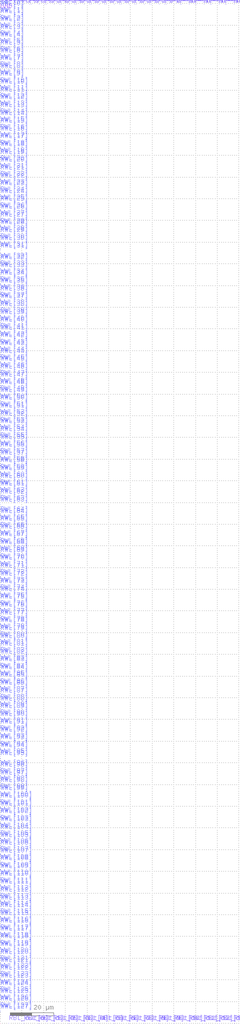
<source format=lef>
VERSION 5.7 ;
BUSBITCHARS "\[\]" ;
DIVIDERCHAR "/" ;

PROPERTYDEFINITIONS
  MACRO connectivityLastUpdated INTEGER ;
  MACRO drcSignature INTEGER ;
END PROPERTYDEFINITIONS

MACRO sram_array_layout_best_128x16_Instance_Senseamp
  PIN WBLB\[14\]
    DIRECTION INPUT ;
    USE SIGNAL ;
    PORT
      LAYER metal2 ;
        RECT 100.98 469.62 101.07 469.8 ;
    END
  END WBLB\[14\]
  PIN WBLB\[13\]
    DIRECTION INPUT ;
    USE SIGNAL ;
    PORT
      LAYER metal2 ;
        RECT 94.05 469.62 94.14 469.8 ;
    END
  END WBLB\[13\]
  PIN WBLB\[12\]
    DIRECTION INPUT ;
    USE SIGNAL ;
    PORT
      LAYER metal2 ;
        RECT 87.12 469.62 87.21 469.8 ;
    END
  END WBLB\[12\]
  PIN WBLB\[11\]
    DIRECTION INPUT ;
    USE SIGNAL ;
    PORT
      LAYER metal2 ;
        RECT 80.19 469.62 80.28 469.8 ;
    END
  END WBLB\[11\]
  PIN WBLB\[10\]
    DIRECTION INPUT ;
    USE SIGNAL ;
    PORT
      LAYER metal2 ;
        RECT 73.26 469.62 73.35 469.8 ;
    END
  END WBLB\[10\]
  PIN WBLB\[9\]
    DIRECTION INPUT ;
    USE SIGNAL ;
    PORT
      LAYER metal2 ;
        RECT 66.33 469.62 66.42 469.8 ;
    END
  END WBLB\[9\]
  PIN WBLB\[8\]
    DIRECTION INPUT ;
    USE SIGNAL ;
    PORT
      LAYER metal2 ;
        RECT 59.4 469.62 59.49 469.8 ;
    END
  END WBLB\[8\]
  PIN WBLB\[7\]
    DIRECTION INPUT ;
    USE SIGNAL ;
    PORT
      LAYER metal2 ;
        RECT 52.47 469.62 52.56 469.8 ;
    END
  END WBLB\[7\]
  PIN WBLB\[6\]
    DIRECTION INPUT ;
    USE SIGNAL ;
    PORT
      LAYER metal2 ;
        RECT 45.54 469.62 45.63 469.8 ;
    END
  END WBLB\[6\]
  PIN WBLB\[5\]
    DIRECTION INPUT ;
    USE SIGNAL ;
    PORT
      LAYER metal2 ;
        RECT 38.61 469.62 38.7 469.8 ;
    END
  END WBLB\[5\]
  PIN WBLB\[4\]
    DIRECTION INPUT ;
    USE SIGNAL ;
    PORT
      LAYER metal2 ;
        RECT 31.68 469.62 31.77 469.8 ;
    END
  END WBLB\[4\]
  PIN WBLB\[3\]
    DIRECTION INPUT ;
    USE SIGNAL ;
    PORT
      LAYER metal2 ;
        RECT 24.75 469.62 24.84 469.8 ;
    END
  END WBLB\[3\]
  PIN WBLB\[2\]
    DIRECTION INPUT ;
    USE SIGNAL ;
    PORT
      LAYER metal2 ;
        RECT 17.82 469.62 17.91 469.8 ;
    END
  END WBLB\[2\]
  PIN WBLB\[1\]
    DIRECTION INPUT ;
    USE SIGNAL ;
    PORT
      LAYER metal2 ;
        RECT 10.89 469.62 10.98 469.8 ;
    END
  END WBLB\[1\]
  PIN WBLB\[0\]
    DIRECTION INPUT ;
    USE SIGNAL ;
    PORT
      LAYER metal2 ;
        RECT 3.96 469.62 4.05 469.8 ;
    END
  END WBLB\[0\]
  PIN RBL\[0\]
    DIRECTION OUTPUT ;
    USE SIGNAL ;
    PORT
      LAYER metal2 ;
        RECT 6.57 469.62 6.66 469.8 ;
    END
  END RBL\[0\]
  PIN WBLB\[15\]
    DIRECTION INPUT ;
    USE SIGNAL ;
    PORT
      LAYER metal2 ;
        RECT 107.91 469.62 108 469.8 ;
    END
  END WBLB\[15\]
  PIN WBL\[14\]
    DIRECTION INPUT ;
    USE SIGNAL ;
    PORT
      LAYER metal2 ;
        RECT 97.29 469.62 97.38 469.8 ;
    END
  END WBL\[14\]
  PIN WBL\[13\]
    DIRECTION INPUT ;
    USE SIGNAL ;
    PORT
      LAYER metal2 ;
        RECT 90.36 469.62 90.45 469.8 ;
    END
  END WBL\[13\]
  PIN WBL\[12\]
    DIRECTION INPUT ;
    USE SIGNAL ;
    PORT
      LAYER metal2 ;
        RECT 83.43 469.62 83.52 469.8 ;
    END
  END WBL\[12\]
  PIN WBL\[11\]
    DIRECTION INPUT ;
    USE SIGNAL ;
    PORT
      LAYER metal2 ;
        RECT 76.5 469.62 76.59 469.8 ;
    END
  END WBL\[11\]
  PIN WBL\[10\]
    DIRECTION INPUT ;
    USE SIGNAL ;
    PORT
      LAYER metal2 ;
        RECT 69.57 469.62 69.66 469.8 ;
    END
  END WBL\[10\]
  PIN WBL\[9\]
    DIRECTION INPUT ;
    USE SIGNAL ;
    PORT
      LAYER metal2 ;
        RECT 62.64 469.62 62.73 469.8 ;
    END
  END WBL\[9\]
  PIN WBL\[8\]
    DIRECTION INPUT ;
    USE SIGNAL ;
    PORT
      LAYER metal2 ;
        RECT 55.71 469.62 55.8 469.8 ;
    END
  END WBL\[8\]
  PIN WBL\[7\]
    DIRECTION INPUT ;
    USE SIGNAL ;
    PORT
      LAYER metal2 ;
        RECT 48.78 469.62 48.87 469.8 ;
    END
  END WBL\[7\]
  PIN WBL\[6\]
    DIRECTION INPUT ;
    USE SIGNAL ;
    PORT
      LAYER metal2 ;
        RECT 41.85 469.62 41.94 469.8 ;
    END
  END WBL\[6\]
  PIN WBL\[5\]
    DIRECTION INPUT ;
    USE SIGNAL ;
    PORT
      LAYER metal2 ;
        RECT 34.92 469.62 35.01 469.8 ;
    END
  END WBL\[5\]
  PIN WBL\[4\]
    DIRECTION INPUT ;
    USE SIGNAL ;
    PORT
      LAYER metal2 ;
        RECT 27.99 469.62 28.08 469.8 ;
    END
  END WBL\[4\]
  PIN WBL\[3\]
    DIRECTION INPUT ;
    USE SIGNAL ;
    PORT
      LAYER metal2 ;
        RECT 21.06 469.62 21.15 469.8 ;
    END
  END WBL\[3\]
  PIN WBL\[2\]
    DIRECTION INPUT ;
    USE SIGNAL ;
    PORT
      LAYER metal2 ;
        RECT 14.13 469.62 14.22 469.8 ;
    END
  END WBL\[2\]
  PIN WBL\[1\]
    DIRECTION INPUT ;
    USE SIGNAL ;
    PORT
      LAYER metal2 ;
        RECT 7.2 469.62 7.29 469.8 ;
    END
  END WBL\[1\]
  PIN RBL\[15\]
    DIRECTION OUTPUT ;
    USE SIGNAL ;
    PORT
      LAYER metal2 ;
        RECT 110.52 469.62 110.61 469.8 ;
    END
  END RBL\[15\]
  PIN WBL\[0\]
    DIRECTION INPUT ;
    USE SIGNAL ;
    PORT
      LAYER metal2 ;
        RECT 0.27 469.62 0.36 469.8 ;
    END
  END WBL\[0\]
  PIN WBL\[15\]
    DIRECTION INPUT ;
    USE SIGNAL ;
    PORT
      LAYER metal2 ;
        RECT 104.22 469.62 104.31 469.8 ;
    END
  END WBL\[15\]
  PIN RBL\[14\]
    DIRECTION OUTPUT ;
    USE SIGNAL ;
    PORT
      LAYER metal2 ;
        RECT 103.59 469.62 103.68 469.8 ;
    END
  END RBL\[14\]
  PIN RBL\[13\]
    DIRECTION OUTPUT ;
    USE SIGNAL ;
    PORT
      LAYER metal2 ;
        RECT 96.66 469.62 96.75 469.8 ;
    END
  END RBL\[13\]
  PIN RBL\[12\]
    DIRECTION OUTPUT ;
    USE SIGNAL ;
    PORT
      LAYER metal2 ;
        RECT 89.73 469.62 89.82 469.8 ;
    END
  END RBL\[12\]
  PIN RBL\[11\]
    DIRECTION OUTPUT ;
    USE SIGNAL ;
    PORT
      LAYER metal2 ;
        RECT 82.8 469.62 82.89 469.8 ;
    END
  END RBL\[11\]
  PIN RBL\[10\]
    DIRECTION OUTPUT ;
    USE SIGNAL ;
    PORT
      LAYER metal2 ;
        RECT 75.87 469.62 75.96 469.8 ;
    END
  END RBL\[10\]
  PIN RBL\[9\]
    DIRECTION OUTPUT ;
    USE SIGNAL ;
    PORT
      LAYER metal2 ;
        RECT 68.94 469.62 69.03 469.8 ;
    END
  END RBL\[9\]
  PIN RBL\[8\]
    DIRECTION OUTPUT ;
    USE SIGNAL ;
    PORT
      LAYER metal2 ;
        RECT 62.01 469.62 62.1 469.8 ;
    END
  END RBL\[8\]
  PIN RBL\[7\]
    DIRECTION OUTPUT ;
    USE SIGNAL ;
    PORT
      LAYER metal2 ;
        RECT 55.08 469.62 55.17 469.8 ;
    END
  END RBL\[7\]
  PIN RBL\[6\]
    DIRECTION OUTPUT ;
    USE SIGNAL ;
    PORT
      LAYER metal2 ;
        RECT 48.15 469.62 48.24 469.8 ;
    END
  END RBL\[6\]
  PIN RBL\[5\]
    DIRECTION OUTPUT ;
    USE SIGNAL ;
    PORT
      LAYER metal2 ;
        RECT 41.22 469.62 41.31 469.8 ;
    END
  END RBL\[5\]
  PIN RBL\[4\]
    DIRECTION OUTPUT ;
    USE SIGNAL ;
    PORT
      LAYER metal2 ;
        RECT 34.29 469.62 34.38 469.8 ;
    END
  END RBL\[4\]
  PIN RBL\[3\]
    DIRECTION OUTPUT ;
    USE SIGNAL ;
    PORT
      LAYER metal2 ;
        RECT 27.36 469.62 27.45 469.8 ;
    END
  END RBL\[3\]
  PIN RBL\[2\]
    DIRECTION OUTPUT ;
    USE SIGNAL ;
    PORT
      LAYER metal2 ;
        RECT 20.43 469.62 20.52 469.8 ;
    END
  END RBL\[2\]
  PIN RBL\[1\]
    DIRECTION OUTPUT ;
    USE SIGNAL ;
    PORT
      LAYER metal2 ;
        RECT 13.5 469.62 13.59 469.8 ;
    END
  END RBL\[1\]
  PIN GND
    DIRECTION INOUT ;
    USE SIGNAL ;
    PORT
      LAYER metal1 ;
        RECT 0 471.33 0.135 471.465 ;
    END
    PORT
      LAYER metal1 ;
        RECT 0 466.245 0.135 466.38 ;
    END
  END GND
  PIN WWL\[0\]
    DIRECTION INPUT ;
    USE SIGNAL ;
    PORT
      LAYER metal3 ;
        RECT 0 467.505 0.135 467.64 ;
    END
  END WWL\[0\]
  PIN RWL\[0\]
    DIRECTION INPUT ;
    USE SIGNAL ;
    PORT
      LAYER metal3 ;
        RECT 0 468.315 0.135 468.45 ;
    END
  END RWL\[0\]
  PIN VDD
    DIRECTION INOUT ;
    USE SIGNAL ;
    PORT
      LAYER metal1 ;
        RECT 0 469.89 0.135 470.025 ;
    END
    PORT
      LAYER metal1 ;
        RECT 0 469.575 0.135 469.71 ;
    END
  END VDD
  PIN RWL\[30\]
    DIRECTION INPUT ;
    USE SIGNAL ;
    PORT
      LAYER metal3 ;
        RECT 0 360.315 0.135 360.45 ;
    END
  END RWL\[30\]
  PIN RWL\[2\]
    DIRECTION INPUT ;
    USE SIGNAL ;
    PORT
      LAYER metal3 ;
        RECT 0 461.115 0.135 461.25 ;
    END
  END RWL\[2\]
  PIN RWL\[4\]
    DIRECTION INPUT ;
    USE SIGNAL ;
    PORT
      LAYER metal3 ;
        RECT 0 453.915 0.135 454.05 ;
    END
  END RWL\[4\]
  PIN RWL\[6\]
    DIRECTION INPUT ;
    USE SIGNAL ;
    PORT
      LAYER metal3 ;
        RECT 0 446.715 0.135 446.85 ;
    END
  END RWL\[6\]
  PIN RWL\[8\]
    DIRECTION INPUT ;
    USE SIGNAL ;
    PORT
      LAYER metal3 ;
        RECT 0 439.515 0.135 439.65 ;
    END
  END RWL\[8\]
  PIN RWL\[10\]
    DIRECTION INPUT ;
    USE SIGNAL ;
    PORT
      LAYER metal3 ;
        RECT 0 432.315 0.135 432.45 ;
    END
  END RWL\[10\]
  PIN RWL\[12\]
    DIRECTION INPUT ;
    USE SIGNAL ;
    PORT
      LAYER metal3 ;
        RECT 0 425.115 0.135 425.25 ;
    END
  END RWL\[12\]
  PIN RWL\[14\]
    DIRECTION INPUT ;
    USE SIGNAL ;
    PORT
      LAYER metal3 ;
        RECT 0 417.915 0.135 418.05 ;
    END
  END RWL\[14\]
  PIN RWL\[16\]
    DIRECTION INPUT ;
    USE SIGNAL ;
    PORT
      LAYER metal3 ;
        RECT 0 410.715 0.135 410.85 ;
    END
  END RWL\[16\]
  PIN RWL\[18\]
    DIRECTION INPUT ;
    USE SIGNAL ;
    PORT
      LAYER metal3 ;
        RECT 0 403.515 0.135 403.65 ;
    END
  END RWL\[18\]
  PIN RWL\[20\]
    DIRECTION INPUT ;
    USE SIGNAL ;
    PORT
      LAYER metal3 ;
        RECT 0 396.315 0.135 396.45 ;
    END
  END RWL\[20\]
  PIN RWL\[22\]
    DIRECTION INPUT ;
    USE SIGNAL ;
    PORT
      LAYER metal3 ;
        RECT 0 389.115 0.135 389.25 ;
    END
  END RWL\[22\]
  PIN RWL\[24\]
    DIRECTION INPUT ;
    USE SIGNAL ;
    PORT
      LAYER metal3 ;
        RECT 0 381.915 0.135 382.05 ;
    END
  END RWL\[24\]
  PIN RWL\[26\]
    DIRECTION INPUT ;
    USE SIGNAL ;
    PORT
      LAYER metal3 ;
        RECT 0 374.715 0.135 374.85 ;
    END
  END RWL\[26\]
  PIN RWL\[28\]
    DIRECTION INPUT ;
    USE SIGNAL ;
    PORT
      LAYER metal3 ;
        RECT 0 367.515 0.135 367.65 ;
    END
  END RWL\[28\]
  PIN WWL\[30\]
    DIRECTION INPUT ;
    USE SIGNAL ;
    PORT
      LAYER metal3 ;
        RECT 0 359.505 0.135 359.64 ;
    END
  END WWL\[30\]
  PIN WWL\[2\]
    DIRECTION INPUT ;
    USE SIGNAL ;
    PORT
      LAYER metal3 ;
        RECT 0 460.305 0.135 460.44 ;
    END
  END WWL\[2\]
  PIN WWL\[4\]
    DIRECTION INPUT ;
    USE SIGNAL ;
    PORT
      LAYER metal3 ;
        RECT 0 453.105 0.135 453.24 ;
    END
  END WWL\[4\]
  PIN WWL\[6\]
    DIRECTION INPUT ;
    USE SIGNAL ;
    PORT
      LAYER metal3 ;
        RECT 0 445.905 0.135 446.04 ;
    END
  END WWL\[6\]
  PIN WWL\[8\]
    DIRECTION INPUT ;
    USE SIGNAL ;
    PORT
      LAYER metal3 ;
        RECT 0 438.705 0.135 438.84 ;
    END
  END WWL\[8\]
  PIN WWL\[10\]
    DIRECTION INPUT ;
    USE SIGNAL ;
    PORT
      LAYER metal3 ;
        RECT 0 431.505 0.135 431.64 ;
    END
  END WWL\[10\]
  PIN WWL\[12\]
    DIRECTION INPUT ;
    USE SIGNAL ;
    PORT
      LAYER metal3 ;
        RECT 0 424.305 0.135 424.44 ;
    END
  END WWL\[12\]
  PIN WWL\[14\]
    DIRECTION INPUT ;
    USE SIGNAL ;
    PORT
      LAYER metal3 ;
        RECT 0 417.105 0.135 417.24 ;
    END
  END WWL\[14\]
  PIN WWL\[16\]
    DIRECTION INPUT ;
    USE SIGNAL ;
    PORT
      LAYER metal3 ;
        RECT 0 409.905 0.135 410.04 ;
    END
  END WWL\[16\]
  PIN WWL\[18\]
    DIRECTION INPUT ;
    USE SIGNAL ;
    PORT
      LAYER metal3 ;
        RECT 0 402.705 0.135 402.84 ;
    END
  END WWL\[18\]
  PIN WWL\[20\]
    DIRECTION INPUT ;
    USE SIGNAL ;
    PORT
      LAYER metal3 ;
        RECT 0 395.505 0.135 395.64 ;
    END
  END WWL\[20\]
  PIN WWL\[22\]
    DIRECTION INPUT ;
    USE SIGNAL ;
    PORT
      LAYER metal3 ;
        RECT 0 388.305 0.135 388.44 ;
    END
  END WWL\[22\]
  PIN WWL\[24\]
    DIRECTION INPUT ;
    USE SIGNAL ;
    PORT
      LAYER metal3 ;
        RECT 0 381.105 0.135 381.24 ;
    END
  END WWL\[24\]
  PIN WWL\[26\]
    DIRECTION INPUT ;
    USE SIGNAL ;
    PORT
      LAYER metal3 ;
        RECT 0 373.905 0.135 374.04 ;
    END
  END WWL\[26\]
  PIN WWL\[28\]
    DIRECTION INPUT ;
    USE SIGNAL ;
    PORT
      LAYER metal3 ;
        RECT 0 366.705 0.135 366.84 ;
    END
  END WWL\[28\]
  PIN WWL\[31\]
    DIRECTION INPUT ;
    USE SIGNAL ;
    PORT
      LAYER metal3 ;
        RECT 0 356.76 0.135 356.895 ;
    END
  END WWL\[31\]
  PIN WWL\[1\]
    DIRECTION INPUT ;
    USE SIGNAL ;
    PORT
      LAYER metal3 ;
        RECT 0 464.76 0.135 464.895 ;
    END
  END WWL\[1\]
  PIN WWL\[3\]
    DIRECTION INPUT ;
    USE SIGNAL ;
    PORT
      LAYER metal3 ;
        RECT 0 457.56 0.135 457.695 ;
    END
  END WWL\[3\]
  PIN WWL\[5\]
    DIRECTION INPUT ;
    USE SIGNAL ;
    PORT
      LAYER metal3 ;
        RECT 0 450.36 0.135 450.495 ;
    END
  END WWL\[5\]
  PIN WWL\[7\]
    DIRECTION INPUT ;
    USE SIGNAL ;
    PORT
      LAYER metal3 ;
        RECT 0 443.16 0.135 443.295 ;
    END
  END WWL\[7\]
  PIN WWL\[9\]
    DIRECTION INPUT ;
    USE SIGNAL ;
    PORT
      LAYER metal3 ;
        RECT 0 435.96 0.135 436.095 ;
    END
  END WWL\[9\]
  PIN WWL\[11\]
    DIRECTION INPUT ;
    USE SIGNAL ;
    PORT
      LAYER metal3 ;
        RECT 0 428.76 0.135 428.895 ;
    END
  END WWL\[11\]
  PIN WWL\[13\]
    DIRECTION INPUT ;
    USE SIGNAL ;
    PORT
      LAYER metal3 ;
        RECT 0 421.56 0.135 421.695 ;
    END
  END WWL\[13\]
  PIN WWL\[15\]
    DIRECTION INPUT ;
    USE SIGNAL ;
    PORT
      LAYER metal3 ;
        RECT 0 414.36 0.135 414.495 ;
    END
  END WWL\[15\]
  PIN WWL\[17\]
    DIRECTION INPUT ;
    USE SIGNAL ;
    PORT
      LAYER metal3 ;
        RECT 0 407.16 0.135 407.295 ;
    END
  END WWL\[17\]
  PIN WWL\[19\]
    DIRECTION INPUT ;
    USE SIGNAL ;
    PORT
      LAYER metal3 ;
        RECT 0 399.96 0.135 400.095 ;
    END
  END WWL\[19\]
  PIN WWL\[21\]
    DIRECTION INPUT ;
    USE SIGNAL ;
    PORT
      LAYER metal3 ;
        RECT 0 392.76 0.135 392.895 ;
    END
  END WWL\[21\]
  PIN WWL\[23\]
    DIRECTION INPUT ;
    USE SIGNAL ;
    PORT
      LAYER metal3 ;
        RECT 0 385.56 0.135 385.695 ;
    END
  END WWL\[23\]
  PIN WWL\[25\]
    DIRECTION INPUT ;
    USE SIGNAL ;
    PORT
      LAYER metal3 ;
        RECT 0 378.36 0.135 378.495 ;
    END
  END WWL\[25\]
  PIN WWL\[27\]
    DIRECTION INPUT ;
    USE SIGNAL ;
    PORT
      LAYER metal3 ;
        RECT 0 371.16 0.135 371.295 ;
    END
  END WWL\[27\]
  PIN WWL\[29\]
    DIRECTION INPUT ;
    USE SIGNAL ;
    PORT
      LAYER metal3 ;
        RECT 0 363.96 0.135 364.095 ;
    END
  END WWL\[29\]
  PIN RWL\[31\]
    DIRECTION INPUT ;
    USE SIGNAL ;
    PORT
      LAYER metal3 ;
        RECT 0 355.95 0.135 356.085 ;
    END
  END RWL\[31\]
  PIN RWL\[1\]
    DIRECTION INPUT ;
    USE SIGNAL ;
    PORT
      LAYER metal3 ;
        RECT 0 463.95 0.135 464.085 ;
    END
  END RWL\[1\]
  PIN RWL\[3\]
    DIRECTION INPUT ;
    USE SIGNAL ;
    PORT
      LAYER metal3 ;
        RECT 0 456.75 0.135 456.885 ;
    END
  END RWL\[3\]
  PIN RWL\[5\]
    DIRECTION INPUT ;
    USE SIGNAL ;
    PORT
      LAYER metal3 ;
        RECT 0 449.55 0.135 449.685 ;
    END
  END RWL\[5\]
  PIN RWL\[7\]
    DIRECTION INPUT ;
    USE SIGNAL ;
    PORT
      LAYER metal3 ;
        RECT 0 442.35 0.135 442.485 ;
    END
  END RWL\[7\]
  PIN RWL\[9\]
    DIRECTION INPUT ;
    USE SIGNAL ;
    PORT
      LAYER metal3 ;
        RECT 0 435.15 0.135 435.285 ;
    END
  END RWL\[9\]
  PIN RWL\[11\]
    DIRECTION INPUT ;
    USE SIGNAL ;
    PORT
      LAYER metal3 ;
        RECT 0 427.95 0.135 428.085 ;
    END
  END RWL\[11\]
  PIN RWL\[13\]
    DIRECTION INPUT ;
    USE SIGNAL ;
    PORT
      LAYER metal3 ;
        RECT 0 420.75 0.135 420.885 ;
    END
  END RWL\[13\]
  PIN RWL\[15\]
    DIRECTION INPUT ;
    USE SIGNAL ;
    PORT
      LAYER metal3 ;
        RECT 0 413.55 0.135 413.685 ;
    END
  END RWL\[15\]
  PIN RWL\[17\]
    DIRECTION INPUT ;
    USE SIGNAL ;
    PORT
      LAYER metal3 ;
        RECT 0 406.35 0.135 406.485 ;
    END
  END RWL\[17\]
  PIN RWL\[19\]
    DIRECTION INPUT ;
    USE SIGNAL ;
    PORT
      LAYER metal3 ;
        RECT 0 399.15 0.135 399.285 ;
    END
  END RWL\[19\]
  PIN RWL\[21\]
    DIRECTION INPUT ;
    USE SIGNAL ;
    PORT
      LAYER metal3 ;
        RECT 0 391.95 0.135 392.085 ;
    END
  END RWL\[21\]
  PIN RWL\[23\]
    DIRECTION INPUT ;
    USE SIGNAL ;
    PORT
      LAYER metal3 ;
        RECT 0 384.75 0.135 384.885 ;
    END
  END RWL\[23\]
  PIN RWL\[25\]
    DIRECTION INPUT ;
    USE SIGNAL ;
    PORT
      LAYER metal3 ;
        RECT 0 377.55 0.135 377.685 ;
    END
  END RWL\[25\]
  PIN RWL\[27\]
    DIRECTION INPUT ;
    USE SIGNAL ;
    PORT
      LAYER metal3 ;
        RECT 0 370.35 0.135 370.485 ;
    END
  END RWL\[27\]
  PIN RWL\[29\]
    DIRECTION INPUT ;
    USE SIGNAL ;
    PORT
      LAYER metal3 ;
        RECT 0 363.15 0.135 363.285 ;
    END
  END RWL\[29\]
  PIN RWL\[64\]
    DIRECTION INPUT ;
    USE SIGNAL ;
    PORT
      LAYER metal3 ;
        RECT 0 234.495 0.135 234.63 ;
    END
  END RWL\[64\]
  PIN WWL\[32\]
    DIRECTION INPUT ;
    USE SIGNAL ;
    PORT
      LAYER metal3 ;
        RECT 0 351.45 0.135 351.585 ;
    END
  END WWL\[32\]
  PIN WWL\[34\]
    DIRECTION INPUT ;
    USE SIGNAL ;
    PORT
      LAYER metal3 ;
        RECT 0 344.25 0.135 344.385 ;
    END
  END WWL\[34\]
  PIN WWL\[36\]
    DIRECTION INPUT ;
    USE SIGNAL ;
    PORT
      LAYER metal3 ;
        RECT 0 337.05 0.135 337.185 ;
    END
  END WWL\[36\]
  PIN WWL\[38\]
    DIRECTION INPUT ;
    USE SIGNAL ;
    PORT
      LAYER metal3 ;
        RECT 0 329.85 0.135 329.985 ;
    END
  END WWL\[38\]
  PIN WWL\[40\]
    DIRECTION INPUT ;
    USE SIGNAL ;
    PORT
      LAYER metal3 ;
        RECT 0 322.65 0.135 322.785 ;
    END
  END WWL\[40\]
  PIN WWL\[42\]
    DIRECTION INPUT ;
    USE SIGNAL ;
    PORT
      LAYER metal3 ;
        RECT 0 315.45 0.135 315.585 ;
    END
  END WWL\[42\]
  PIN WWL\[44\]
    DIRECTION INPUT ;
    USE SIGNAL ;
    PORT
      LAYER metal3 ;
        RECT 0 308.25 0.135 308.385 ;
    END
  END WWL\[44\]
  PIN WWL\[46\]
    DIRECTION INPUT ;
    USE SIGNAL ;
    PORT
      LAYER metal3 ;
        RECT 0 301.05 0.135 301.185 ;
    END
  END WWL\[46\]
  PIN WWL\[48\]
    DIRECTION INPUT ;
    USE SIGNAL ;
    PORT
      LAYER metal3 ;
        RECT 0 293.85 0.135 293.985 ;
    END
  END WWL\[48\]
  PIN WWL\[50\]
    DIRECTION INPUT ;
    USE SIGNAL ;
    PORT
      LAYER metal3 ;
        RECT 0 286.65 0.135 286.785 ;
    END
  END WWL\[50\]
  PIN WWL\[52\]
    DIRECTION INPUT ;
    USE SIGNAL ;
    PORT
      LAYER metal3 ;
        RECT 0 279.45 0.135 279.585 ;
    END
  END WWL\[52\]
  PIN WWL\[54\]
    DIRECTION INPUT ;
    USE SIGNAL ;
    PORT
      LAYER metal3 ;
        RECT 0 272.25 0.135 272.385 ;
    END
  END WWL\[54\]
  PIN WWL\[56\]
    DIRECTION INPUT ;
    USE SIGNAL ;
    PORT
      LAYER metal3 ;
        RECT 0 265.05 0.135 265.185 ;
    END
  END WWL\[56\]
  PIN WWL\[58\]
    DIRECTION INPUT ;
    USE SIGNAL ;
    PORT
      LAYER metal3 ;
        RECT 0 257.85 0.135 257.985 ;
    END
  END WWL\[58\]
  PIN WWL\[60\]
    DIRECTION INPUT ;
    USE SIGNAL ;
    PORT
      LAYER metal3 ;
        RECT 0 250.65 0.135 250.785 ;
    END
  END WWL\[60\]
  PIN WWL\[62\]
    DIRECTION INPUT ;
    USE SIGNAL ;
    PORT
      LAYER metal3 ;
        RECT 0 243.45 0.135 243.585 ;
    END
  END WWL\[62\]
  PIN WWL\[95\]
    DIRECTION INPUT ;
    USE SIGNAL ;
    PORT
      LAYER metal3 ;
        RECT 0 122.94 0.135 123.075 ;
    END
  END WWL\[95\]
  PIN RWL\[32\]
    DIRECTION INPUT ;
    USE SIGNAL ;
    PORT
      LAYER metal3 ;
        RECT 0 350.64 0.135 350.775 ;
    END
  END RWL\[32\]
  PIN RWL\[34\]
    DIRECTION INPUT ;
    USE SIGNAL ;
    PORT
      LAYER metal3 ;
        RECT 0 343.44 0.135 343.575 ;
    END
  END RWL\[34\]
  PIN RWL\[36\]
    DIRECTION INPUT ;
    USE SIGNAL ;
    PORT
      LAYER metal3 ;
        RECT 0 336.24 0.135 336.375 ;
    END
  END RWL\[36\]
  PIN RWL\[38\]
    DIRECTION INPUT ;
    USE SIGNAL ;
    PORT
      LAYER metal3 ;
        RECT 0 329.04 0.135 329.175 ;
    END
  END RWL\[38\]
  PIN RWL\[40\]
    DIRECTION INPUT ;
    USE SIGNAL ;
    PORT
      LAYER metal3 ;
        RECT 0 321.84 0.135 321.975 ;
    END
  END RWL\[40\]
  PIN RWL\[42\]
    DIRECTION INPUT ;
    USE SIGNAL ;
    PORT
      LAYER metal3 ;
        RECT 0 314.64 0.135 314.775 ;
    END
  END RWL\[42\]
  PIN RWL\[44\]
    DIRECTION INPUT ;
    USE SIGNAL ;
    PORT
      LAYER metal3 ;
        RECT 0 307.44 0.135 307.575 ;
    END
  END RWL\[44\]
  PIN RWL\[46\]
    DIRECTION INPUT ;
    USE SIGNAL ;
    PORT
      LAYER metal3 ;
        RECT 0 300.24 0.135 300.375 ;
    END
  END RWL\[46\]
  PIN RWL\[48\]
    DIRECTION INPUT ;
    USE SIGNAL ;
    PORT
      LAYER metal3 ;
        RECT 0 293.04 0.135 293.175 ;
    END
  END RWL\[48\]
  PIN RWL\[50\]
    DIRECTION INPUT ;
    USE SIGNAL ;
    PORT
      LAYER metal3 ;
        RECT 0 285.84 0.135 285.975 ;
    END
  END RWL\[50\]
  PIN RWL\[52\]
    DIRECTION INPUT ;
    USE SIGNAL ;
    PORT
      LAYER metal3 ;
        RECT 0 278.64 0.135 278.775 ;
    END
  END RWL\[52\]
  PIN RWL\[54\]
    DIRECTION INPUT ;
    USE SIGNAL ;
    PORT
      LAYER metal3 ;
        RECT 0 271.44 0.135 271.575 ;
    END
  END RWL\[54\]
  PIN RWL\[56\]
    DIRECTION INPUT ;
    USE SIGNAL ;
    PORT
      LAYER metal3 ;
        RECT 0 264.24 0.135 264.375 ;
    END
  END RWL\[56\]
  PIN RWL\[58\]
    DIRECTION INPUT ;
    USE SIGNAL ;
    PORT
      LAYER metal3 ;
        RECT 0 257.04 0.135 257.175 ;
    END
  END RWL\[58\]
  PIN RWL\[60\]
    DIRECTION INPUT ;
    USE SIGNAL ;
    PORT
      LAYER metal3 ;
        RECT 0 249.84 0.135 249.975 ;
    END
  END RWL\[60\]
  PIN RWL\[62\]
    DIRECTION INPUT ;
    USE SIGNAL ;
    PORT
      LAYER metal3 ;
        RECT 0 242.64 0.135 242.775 ;
    END
  END RWL\[62\]
  PIN RWL\[63\]
    DIRECTION INPUT ;
    USE SIGNAL ;
    PORT
      LAYER metal3 ;
        RECT 0 239.805 0.135 239.94 ;
    END
  END RWL\[63\]
  PIN RWL\[33\]
    DIRECTION INPUT ;
    USE SIGNAL ;
    PORT
      LAYER metal3 ;
        RECT 0 347.805 0.135 347.94 ;
    END
  END RWL\[33\]
  PIN RWL\[35\]
    DIRECTION INPUT ;
    USE SIGNAL ;
    PORT
      LAYER metal3 ;
        RECT 0 340.605 0.135 340.74 ;
    END
  END RWL\[35\]
  PIN RWL\[37\]
    DIRECTION INPUT ;
    USE SIGNAL ;
    PORT
      LAYER metal3 ;
        RECT 0 333.405 0.135 333.54 ;
    END
  END RWL\[37\]
  PIN RWL\[39\]
    DIRECTION INPUT ;
    USE SIGNAL ;
    PORT
      LAYER metal3 ;
        RECT 0 326.205 0.135 326.34 ;
    END
  END RWL\[39\]
  PIN RWL\[41\]
    DIRECTION INPUT ;
    USE SIGNAL ;
    PORT
      LAYER metal3 ;
        RECT 0 319.005 0.135 319.14 ;
    END
  END RWL\[41\]
  PIN RWL\[43\]
    DIRECTION INPUT ;
    USE SIGNAL ;
    PORT
      LAYER metal3 ;
        RECT 0 311.805 0.135 311.94 ;
    END
  END RWL\[43\]
  PIN RWL\[45\]
    DIRECTION INPUT ;
    USE SIGNAL ;
    PORT
      LAYER metal3 ;
        RECT 0 304.605 0.135 304.74 ;
    END
  END RWL\[45\]
  PIN RWL\[47\]
    DIRECTION INPUT ;
    USE SIGNAL ;
    PORT
      LAYER metal3 ;
        RECT 0 297.405 0.135 297.54 ;
    END
  END RWL\[47\]
  PIN RWL\[49\]
    DIRECTION INPUT ;
    USE SIGNAL ;
    PORT
      LAYER metal3 ;
        RECT 0 290.205 0.135 290.34 ;
    END
  END RWL\[49\]
  PIN RWL\[51\]
    DIRECTION INPUT ;
    USE SIGNAL ;
    PORT
      LAYER metal3 ;
        RECT 0 283.005 0.135 283.14 ;
    END
  END RWL\[51\]
  PIN RWL\[53\]
    DIRECTION INPUT ;
    USE SIGNAL ;
    PORT
      LAYER metal3 ;
        RECT 0 275.805 0.135 275.94 ;
    END
  END RWL\[53\]
  PIN RWL\[55\]
    DIRECTION INPUT ;
    USE SIGNAL ;
    PORT
      LAYER metal3 ;
        RECT 0 268.605 0.135 268.74 ;
    END
  END RWL\[55\]
  PIN RWL\[57\]
    DIRECTION INPUT ;
    USE SIGNAL ;
    PORT
      LAYER metal3 ;
        RECT 0 261.405 0.135 261.54 ;
    END
  END RWL\[57\]
  PIN RWL\[59\]
    DIRECTION INPUT ;
    USE SIGNAL ;
    PORT
      LAYER metal3 ;
        RECT 0 254.205 0.135 254.34 ;
    END
  END RWL\[59\]
  PIN RWL\[61\]
    DIRECTION INPUT ;
    USE SIGNAL ;
    PORT
      LAYER metal3 ;
        RECT 0 247.005 0.135 247.14 ;
    END
  END RWL\[61\]
  PIN WWL\[63\]
    DIRECTION INPUT ;
    USE SIGNAL ;
    PORT
      LAYER metal3 ;
        RECT 0 238.995 0.135 239.13 ;
    END
  END WWL\[63\]
  PIN WWL\[33\]
    DIRECTION INPUT ;
    USE SIGNAL ;
    PORT
      LAYER metal3 ;
        RECT 0 346.995 0.135 347.13 ;
    END
  END WWL\[33\]
  PIN WWL\[35\]
    DIRECTION INPUT ;
    USE SIGNAL ;
    PORT
      LAYER metal3 ;
        RECT 0 339.795 0.135 339.93 ;
    END
  END WWL\[35\]
  PIN WWL\[37\]
    DIRECTION INPUT ;
    USE SIGNAL ;
    PORT
      LAYER metal3 ;
        RECT 0 332.595 0.135 332.73 ;
    END
  END WWL\[37\]
  PIN WWL\[39\]
    DIRECTION INPUT ;
    USE SIGNAL ;
    PORT
      LAYER metal3 ;
        RECT 0 325.395 0.135 325.53 ;
    END
  END WWL\[39\]
  PIN WWL\[41\]
    DIRECTION INPUT ;
    USE SIGNAL ;
    PORT
      LAYER metal3 ;
        RECT 0 318.195 0.135 318.33 ;
    END
  END WWL\[41\]
  PIN WWL\[43\]
    DIRECTION INPUT ;
    USE SIGNAL ;
    PORT
      LAYER metal3 ;
        RECT 0 310.995 0.135 311.13 ;
    END
  END WWL\[43\]
  PIN WWL\[45\]
    DIRECTION INPUT ;
    USE SIGNAL ;
    PORT
      LAYER metal3 ;
        RECT 0 303.795 0.135 303.93 ;
    END
  END WWL\[45\]
  PIN WWL\[47\]
    DIRECTION INPUT ;
    USE SIGNAL ;
    PORT
      LAYER metal3 ;
        RECT 0 296.595 0.135 296.73 ;
    END
  END WWL\[47\]
  PIN WWL\[49\]
    DIRECTION INPUT ;
    USE SIGNAL ;
    PORT
      LAYER metal3 ;
        RECT 0 289.395 0.135 289.53 ;
    END
  END WWL\[49\]
  PIN WWL\[51\]
    DIRECTION INPUT ;
    USE SIGNAL ;
    PORT
      LAYER metal3 ;
        RECT 0 282.195 0.135 282.33 ;
    END
  END WWL\[51\]
  PIN WWL\[53\]
    DIRECTION INPUT ;
    USE SIGNAL ;
    PORT
      LAYER metal3 ;
        RECT 0 274.995 0.135 275.13 ;
    END
  END WWL\[53\]
  PIN WWL\[55\]
    DIRECTION INPUT ;
    USE SIGNAL ;
    PORT
      LAYER metal3 ;
        RECT 0 267.795 0.135 267.93 ;
    END
  END WWL\[55\]
  PIN WWL\[57\]
    DIRECTION INPUT ;
    USE SIGNAL ;
    PORT
      LAYER metal3 ;
        RECT 0 260.595 0.135 260.73 ;
    END
  END WWL\[57\]
  PIN WWL\[59\]
    DIRECTION INPUT ;
    USE SIGNAL ;
    PORT
      LAYER metal3 ;
        RECT 0 253.395 0.135 253.53 ;
    END
  END WWL\[59\]
  PIN WWL\[61\]
    DIRECTION INPUT ;
    USE SIGNAL ;
    PORT
      LAYER metal3 ;
        RECT 0 246.195 0.135 246.33 ;
    END
  END WWL\[61\]
  PIN RWL\[66\]
    DIRECTION INPUT ;
    USE SIGNAL ;
    PORT
      LAYER metal3 ;
        RECT 0 227.295 0.135 227.43 ;
    END
  END RWL\[66\]
  PIN RWL\[68\]
    DIRECTION INPUT ;
    USE SIGNAL ;
    PORT
      LAYER metal3 ;
        RECT 0 220.095 0.135 220.23 ;
    END
  END RWL\[68\]
  PIN RWL\[70\]
    DIRECTION INPUT ;
    USE SIGNAL ;
    PORT
      LAYER metal3 ;
        RECT 0 212.895 0.135 213.03 ;
    END
  END RWL\[70\]
  PIN RWL\[72\]
    DIRECTION INPUT ;
    USE SIGNAL ;
    PORT
      LAYER metal3 ;
        RECT 0 205.695 0.135 205.83 ;
    END
  END RWL\[72\]
  PIN RWL\[74\]
    DIRECTION INPUT ;
    USE SIGNAL ;
    PORT
      LAYER metal3 ;
        RECT 0 198.495 0.135 198.63 ;
    END
  END RWL\[74\]
  PIN RWL\[76\]
    DIRECTION INPUT ;
    USE SIGNAL ;
    PORT
      LAYER metal3 ;
        RECT 0 191.295 0.135 191.43 ;
    END
  END RWL\[76\]
  PIN RWL\[78\]
    DIRECTION INPUT ;
    USE SIGNAL ;
    PORT
      LAYER metal3 ;
        RECT 0 184.095 0.135 184.23 ;
    END
  END RWL\[78\]
  PIN RWL\[80\]
    DIRECTION INPUT ;
    USE SIGNAL ;
    PORT
      LAYER metal3 ;
        RECT 0 176.895 0.135 177.03 ;
    END
  END RWL\[80\]
  PIN RWL\[82\]
    DIRECTION INPUT ;
    USE SIGNAL ;
    PORT
      LAYER metal3 ;
        RECT 0 169.695 0.135 169.83 ;
    END
  END RWL\[82\]
  PIN RWL\[84\]
    DIRECTION INPUT ;
    USE SIGNAL ;
    PORT
      LAYER metal3 ;
        RECT 0 162.495 0.135 162.63 ;
    END
  END RWL\[84\]
  PIN RWL\[86\]
    DIRECTION INPUT ;
    USE SIGNAL ;
    PORT
      LAYER metal3 ;
        RECT 0 155.295 0.135 155.43 ;
    END
  END RWL\[86\]
  PIN RWL\[88\]
    DIRECTION INPUT ;
    USE SIGNAL ;
    PORT
      LAYER metal3 ;
        RECT 0 148.095 0.135 148.23 ;
    END
  END RWL\[88\]
  PIN RWL\[90\]
    DIRECTION INPUT ;
    USE SIGNAL ;
    PORT
      LAYER metal3 ;
        RECT 0 140.895 0.135 141.03 ;
    END
  END RWL\[90\]
  PIN RWL\[92\]
    DIRECTION INPUT ;
    USE SIGNAL ;
    PORT
      LAYER metal3 ;
        RECT 0 133.695 0.135 133.83 ;
    END
  END RWL\[92\]
  PIN RWL\[94\]
    DIRECTION INPUT ;
    USE SIGNAL ;
    PORT
      LAYER metal3 ;
        RECT 0 126.495 0.135 126.63 ;
    END
  END RWL\[94\]
  PIN RWL\[95\]
    DIRECTION INPUT ;
    USE SIGNAL ;
    PORT
      LAYER metal3 ;
        RECT 0 122.13 0.135 122.265 ;
    END
  END RWL\[95\]
  PIN WWL\[64\]
    DIRECTION INPUT ;
    USE SIGNAL ;
    PORT
      LAYER metal3 ;
        RECT 0 233.685 0.135 233.82 ;
    END
  END WWL\[64\]
  PIN WWL\[66\]
    DIRECTION INPUT ;
    USE SIGNAL ;
    PORT
      LAYER metal3 ;
        RECT 0 226.485 0.135 226.62 ;
    END
  END WWL\[66\]
  PIN WWL\[68\]
    DIRECTION INPUT ;
    USE SIGNAL ;
    PORT
      LAYER metal3 ;
        RECT 0 219.285 0.135 219.42 ;
    END
  END WWL\[68\]
  PIN WWL\[70\]
    DIRECTION INPUT ;
    USE SIGNAL ;
    PORT
      LAYER metal3 ;
        RECT 0 212.085 0.135 212.22 ;
    END
  END WWL\[70\]
  PIN WWL\[72\]
    DIRECTION INPUT ;
    USE SIGNAL ;
    PORT
      LAYER metal3 ;
        RECT 0 204.885 0.135 205.02 ;
    END
  END WWL\[72\]
  PIN WWL\[74\]
    DIRECTION INPUT ;
    USE SIGNAL ;
    PORT
      LAYER metal3 ;
        RECT 0 197.685 0.135 197.82 ;
    END
  END WWL\[74\]
  PIN WWL\[76\]
    DIRECTION INPUT ;
    USE SIGNAL ;
    PORT
      LAYER metal3 ;
        RECT 0 190.485 0.135 190.62 ;
    END
  END WWL\[76\]
  PIN WWL\[78\]
    DIRECTION INPUT ;
    USE SIGNAL ;
    PORT
      LAYER metal3 ;
        RECT 0 183.285 0.135 183.42 ;
    END
  END WWL\[78\]
  PIN WWL\[80\]
    DIRECTION INPUT ;
    USE SIGNAL ;
    PORT
      LAYER metal3 ;
        RECT 0 176.085 0.135 176.22 ;
    END
  END WWL\[80\]
  PIN WWL\[82\]
    DIRECTION INPUT ;
    USE SIGNAL ;
    PORT
      LAYER metal3 ;
        RECT 0 168.885 0.135 169.02 ;
    END
  END WWL\[82\]
  PIN WWL\[84\]
    DIRECTION INPUT ;
    USE SIGNAL ;
    PORT
      LAYER metal3 ;
        RECT 0 161.685 0.135 161.82 ;
    END
  END WWL\[84\]
  PIN WWL\[86\]
    DIRECTION INPUT ;
    USE SIGNAL ;
    PORT
      LAYER metal3 ;
        RECT 0 154.485 0.135 154.62 ;
    END
  END WWL\[86\]
  PIN WWL\[88\]
    DIRECTION INPUT ;
    USE SIGNAL ;
    PORT
      LAYER metal3 ;
        RECT 0 147.285 0.135 147.42 ;
    END
  END WWL\[88\]
  PIN WWL\[90\]
    DIRECTION INPUT ;
    USE SIGNAL ;
    PORT
      LAYER metal3 ;
        RECT 0 140.085 0.135 140.22 ;
    END
  END WWL\[90\]
  PIN WWL\[92\]
    DIRECTION INPUT ;
    USE SIGNAL ;
    PORT
      LAYER metal3 ;
        RECT 0 132.885 0.135 133.02 ;
    END
  END WWL\[92\]
  PIN WWL\[94\]
    DIRECTION INPUT ;
    USE SIGNAL ;
    PORT
      LAYER metal3 ;
        RECT 0 125.685 0.135 125.82 ;
    END
  END WWL\[94\]
  PIN WWL\[93\]
    DIRECTION INPUT ;
    USE SIGNAL ;
    PORT
      LAYER metal3 ;
        RECT 0 130.14 0.135 130.275 ;
    END
  END WWL\[93\]
  PIN WWL\[65\]
    DIRECTION INPUT ;
    USE SIGNAL ;
    PORT
      LAYER metal3 ;
        RECT 0 230.94 0.135 231.075 ;
    END
  END WWL\[65\]
  PIN WWL\[67\]
    DIRECTION INPUT ;
    USE SIGNAL ;
    PORT
      LAYER metal3 ;
        RECT 0 223.74 0.135 223.875 ;
    END
  END WWL\[67\]
  PIN WWL\[69\]
    DIRECTION INPUT ;
    USE SIGNAL ;
    PORT
      LAYER metal3 ;
        RECT 0 216.54 0.135 216.675 ;
    END
  END WWL\[69\]
  PIN WWL\[71\]
    DIRECTION INPUT ;
    USE SIGNAL ;
    PORT
      LAYER metal3 ;
        RECT 0 209.34 0.135 209.475 ;
    END
  END WWL\[71\]
  PIN WWL\[73\]
    DIRECTION INPUT ;
    USE SIGNAL ;
    PORT
      LAYER metal3 ;
        RECT 0 202.14 0.135 202.275 ;
    END
  END WWL\[73\]
  PIN WWL\[75\]
    DIRECTION INPUT ;
    USE SIGNAL ;
    PORT
      LAYER metal3 ;
        RECT 0 194.94 0.135 195.075 ;
    END
  END WWL\[75\]
  PIN WWL\[77\]
    DIRECTION INPUT ;
    USE SIGNAL ;
    PORT
      LAYER metal3 ;
        RECT 0 187.74 0.135 187.875 ;
    END
  END WWL\[77\]
  PIN WWL\[79\]
    DIRECTION INPUT ;
    USE SIGNAL ;
    PORT
      LAYER metal3 ;
        RECT 0 180.54 0.135 180.675 ;
    END
  END WWL\[79\]
  PIN WWL\[81\]
    DIRECTION INPUT ;
    USE SIGNAL ;
    PORT
      LAYER metal3 ;
        RECT 0 173.34 0.135 173.475 ;
    END
  END WWL\[81\]
  PIN WWL\[83\]
    DIRECTION INPUT ;
    USE SIGNAL ;
    PORT
      LAYER metal3 ;
        RECT 0 166.14 0.135 166.275 ;
    END
  END WWL\[83\]
  PIN WWL\[85\]
    DIRECTION INPUT ;
    USE SIGNAL ;
    PORT
      LAYER metal3 ;
        RECT 0 158.94 0.135 159.075 ;
    END
  END WWL\[85\]
  PIN WWL\[87\]
    DIRECTION INPUT ;
    USE SIGNAL ;
    PORT
      LAYER metal3 ;
        RECT 0 151.74 0.135 151.875 ;
    END
  END WWL\[87\]
  PIN WWL\[89\]
    DIRECTION INPUT ;
    USE SIGNAL ;
    PORT
      LAYER metal3 ;
        RECT 0 144.54 0.135 144.675 ;
    END
  END WWL\[89\]
  PIN WWL\[91\]
    DIRECTION INPUT ;
    USE SIGNAL ;
    PORT
      LAYER metal3 ;
        RECT 0 137.34 0.135 137.475 ;
    END
  END WWL\[91\]
  PIN RWL\[93\]
    DIRECTION INPUT ;
    USE SIGNAL ;
    PORT
      LAYER metal3 ;
        RECT 0 129.33 0.135 129.465 ;
    END
  END RWL\[93\]
  PIN RWL\[65\]
    DIRECTION INPUT ;
    USE SIGNAL ;
    PORT
      LAYER metal3 ;
        RECT 0 230.13 0.135 230.265 ;
    END
  END RWL\[65\]
  PIN RWL\[67\]
    DIRECTION INPUT ;
    USE SIGNAL ;
    PORT
      LAYER metal3 ;
        RECT 0 222.93 0.135 223.065 ;
    END
  END RWL\[67\]
  PIN RWL\[69\]
    DIRECTION INPUT ;
    USE SIGNAL ;
    PORT
      LAYER metal3 ;
        RECT 0 215.73 0.135 215.865 ;
    END
  END RWL\[69\]
  PIN RWL\[71\]
    DIRECTION INPUT ;
    USE SIGNAL ;
    PORT
      LAYER metal3 ;
        RECT 0 208.53 0.135 208.665 ;
    END
  END RWL\[71\]
  PIN RWL\[73\]
    DIRECTION INPUT ;
    USE SIGNAL ;
    PORT
      LAYER metal3 ;
        RECT 0 201.33 0.135 201.465 ;
    END
  END RWL\[73\]
  PIN RWL\[75\]
    DIRECTION INPUT ;
    USE SIGNAL ;
    PORT
      LAYER metal3 ;
        RECT 0 194.13 0.135 194.265 ;
    END
  END RWL\[75\]
  PIN RWL\[77\]
    DIRECTION INPUT ;
    USE SIGNAL ;
    PORT
      LAYER metal3 ;
        RECT 0 186.93 0.135 187.065 ;
    END
  END RWL\[77\]
  PIN RWL\[79\]
    DIRECTION INPUT ;
    USE SIGNAL ;
    PORT
      LAYER metal3 ;
        RECT 0 179.73 0.135 179.865 ;
    END
  END RWL\[79\]
  PIN RWL\[81\]
    DIRECTION INPUT ;
    USE SIGNAL ;
    PORT
      LAYER metal3 ;
        RECT 0 172.53 0.135 172.665 ;
    END
  END RWL\[81\]
  PIN RWL\[83\]
    DIRECTION INPUT ;
    USE SIGNAL ;
    PORT
      LAYER metal3 ;
        RECT 0 165.33 0.135 165.465 ;
    END
  END RWL\[83\]
  PIN RWL\[85\]
    DIRECTION INPUT ;
    USE SIGNAL ;
    PORT
      LAYER metal3 ;
        RECT 0 158.13 0.135 158.265 ;
    END
  END RWL\[85\]
  PIN RWL\[87\]
    DIRECTION INPUT ;
    USE SIGNAL ;
    PORT
      LAYER metal3 ;
        RECT 0 150.93 0.135 151.065 ;
    END
  END RWL\[87\]
  PIN RWL\[89\]
    DIRECTION INPUT ;
    USE SIGNAL ;
    PORT
      LAYER metal3 ;
        RECT 0 143.73 0.135 143.865 ;
    END
  END RWL\[89\]
  PIN RWL\[91\]
    DIRECTION INPUT ;
    USE SIGNAL ;
    PORT
      LAYER metal3 ;
        RECT 0 136.53 0.135 136.665 ;
    END
  END RWL\[91\]
  PIN RWL\[126\]
    DIRECTION INPUT ;
    USE SIGNAL ;
    PORT
      LAYER metal3 ;
        RECT 0 8.82 0.135 8.955 ;
    END
  END RWL\[126\]
  PIN RWL\[96\]
    DIRECTION INPUT ;
    USE SIGNAL ;
    PORT
      LAYER metal3 ;
        RECT 0 116.82 0.135 116.955 ;
    END
  END RWL\[96\]
  PIN RWL\[98\]
    DIRECTION INPUT ;
    USE SIGNAL ;
    PORT
      LAYER metal3 ;
        RECT 0 109.62 0.135 109.755 ;
    END
  END RWL\[98\]
  PIN RWL\[100\]
    DIRECTION INPUT ;
    USE SIGNAL ;
    PORT
      LAYER metal3 ;
        RECT 0 102.42 0.135 102.555 ;
    END
  END RWL\[100\]
  PIN RWL\[102\]
    DIRECTION INPUT ;
    USE SIGNAL ;
    PORT
      LAYER metal3 ;
        RECT 0 95.22 0.135 95.355 ;
    END
  END RWL\[102\]
  PIN RWL\[104\]
    DIRECTION INPUT ;
    USE SIGNAL ;
    PORT
      LAYER metal3 ;
        RECT 0 88.02 0.135 88.155 ;
    END
  END RWL\[104\]
  PIN RWL\[106\]
    DIRECTION INPUT ;
    USE SIGNAL ;
    PORT
      LAYER metal3 ;
        RECT 0 80.82 0.135 80.955 ;
    END
  END RWL\[106\]
  PIN RWL\[108\]
    DIRECTION INPUT ;
    USE SIGNAL ;
    PORT
      LAYER metal3 ;
        RECT 0 73.62 0.135 73.755 ;
    END
  END RWL\[108\]
  PIN RWL\[110\]
    DIRECTION INPUT ;
    USE SIGNAL ;
    PORT
      LAYER metal3 ;
        RECT 0 66.42 0.135 66.555 ;
    END
  END RWL\[110\]
  PIN RWL\[112\]
    DIRECTION INPUT ;
    USE SIGNAL ;
    PORT
      LAYER metal3 ;
        RECT 0 59.22 0.135 59.355 ;
    END
  END RWL\[112\]
  PIN RWL\[114\]
    DIRECTION INPUT ;
    USE SIGNAL ;
    PORT
      LAYER metal3 ;
        RECT 0 52.02 0.135 52.155 ;
    END
  END RWL\[114\]
  PIN RWL\[116\]
    DIRECTION INPUT ;
    USE SIGNAL ;
    PORT
      LAYER metal3 ;
        RECT 0 44.82 0.135 44.955 ;
    END
  END RWL\[116\]
  PIN RWL\[118\]
    DIRECTION INPUT ;
    USE SIGNAL ;
    PORT
      LAYER metal3 ;
        RECT 0 37.62 0.135 37.755 ;
    END
  END RWL\[118\]
  PIN RWL\[120\]
    DIRECTION INPUT ;
    USE SIGNAL ;
    PORT
      LAYER metal3 ;
        RECT 0 30.42 0.135 30.555 ;
    END
  END RWL\[120\]
  PIN RWL\[122\]
    DIRECTION INPUT ;
    USE SIGNAL ;
    PORT
      LAYER metal3 ;
        RECT 0 23.22 0.135 23.355 ;
    END
  END RWL\[122\]
  PIN RWL\[124\]
    DIRECTION INPUT ;
    USE SIGNAL ;
    PORT
      LAYER metal3 ;
        RECT 0 16.02 0.135 16.155 ;
    END
  END RWL\[124\]
  PIN WWL\[126\]
    DIRECTION INPUT ;
    USE SIGNAL ;
    PORT
      LAYER metal3 ;
        RECT 0 9.63 0.135 9.765 ;
    END
  END WWL\[126\]
  PIN WWL\[96\]
    DIRECTION INPUT ;
    USE SIGNAL ;
    PORT
      LAYER metal3 ;
        RECT 0 117.63 0.135 117.765 ;
    END
  END WWL\[96\]
  PIN WWL\[98\]
    DIRECTION INPUT ;
    USE SIGNAL ;
    PORT
      LAYER metal3 ;
        RECT 0 110.43 0.135 110.565 ;
    END
  END WWL\[98\]
  PIN WWL\[100\]
    DIRECTION INPUT ;
    USE SIGNAL ;
    PORT
      LAYER metal3 ;
        RECT 0 103.23 0.135 103.365 ;
    END
  END WWL\[100\]
  PIN WWL\[102\]
    DIRECTION INPUT ;
    USE SIGNAL ;
    PORT
      LAYER metal3 ;
        RECT 0 96.03 0.135 96.165 ;
    END
  END WWL\[102\]
  PIN WWL\[104\]
    DIRECTION INPUT ;
    USE SIGNAL ;
    PORT
      LAYER metal3 ;
        RECT 0 88.83 0.135 88.965 ;
    END
  END WWL\[104\]
  PIN WWL\[106\]
    DIRECTION INPUT ;
    USE SIGNAL ;
    PORT
      LAYER metal3 ;
        RECT 0 81.63 0.135 81.765 ;
    END
  END WWL\[106\]
  PIN WWL\[108\]
    DIRECTION INPUT ;
    USE SIGNAL ;
    PORT
      LAYER metal3 ;
        RECT 0 74.43 0.135 74.565 ;
    END
  END WWL\[108\]
  PIN WWL\[110\]
    DIRECTION INPUT ;
    USE SIGNAL ;
    PORT
      LAYER metal3 ;
        RECT 0 67.23 0.135 67.365 ;
    END
  END WWL\[110\]
  PIN WWL\[112\]
    DIRECTION INPUT ;
    USE SIGNAL ;
    PORT
      LAYER metal3 ;
        RECT 0 60.03 0.135 60.165 ;
    END
  END WWL\[112\]
  PIN WWL\[114\]
    DIRECTION INPUT ;
    USE SIGNAL ;
    PORT
      LAYER metal3 ;
        RECT 0 52.83 0.135 52.965 ;
    END
  END WWL\[114\]
  PIN WWL\[116\]
    DIRECTION INPUT ;
    USE SIGNAL ;
    PORT
      LAYER metal3 ;
        RECT 0 45.63 0.135 45.765 ;
    END
  END WWL\[116\]
  PIN WWL\[118\]
    DIRECTION INPUT ;
    USE SIGNAL ;
    PORT
      LAYER metal3 ;
        RECT 0 38.43 0.135 38.565 ;
    END
  END WWL\[118\]
  PIN WWL\[120\]
    DIRECTION INPUT ;
    USE SIGNAL ;
    PORT
      LAYER metal3 ;
        RECT 0 31.23 0.135 31.365 ;
    END
  END WWL\[120\]
  PIN WWL\[122\]
    DIRECTION INPUT ;
    USE SIGNAL ;
    PORT
      LAYER metal3 ;
        RECT 0 24.03 0.135 24.165 ;
    END
  END WWL\[122\]
  PIN WWL\[124\]
    DIRECTION INPUT ;
    USE SIGNAL ;
    PORT
      LAYER metal3 ;
        RECT 0 16.83 0.135 16.965 ;
    END
  END WWL\[124\]
  PIN RWL\[127\]
    DIRECTION INPUT ;
    USE SIGNAL ;
    PORT
      LAYER metal3 ;
        RECT 0 5.985 0.135 6.12 ;
    END
  END RWL\[127\]
  PIN RWL\[97\]
    DIRECTION INPUT ;
    USE SIGNAL ;
    PORT
      LAYER metal3 ;
        RECT 0 113.985 0.135 114.12 ;
    END
  END RWL\[97\]
  PIN RWL\[99\]
    DIRECTION INPUT ;
    USE SIGNAL ;
    PORT
      LAYER metal3 ;
        RECT 0 106.785 0.135 106.92 ;
    END
  END RWL\[99\]
  PIN RWL\[101\]
    DIRECTION INPUT ;
    USE SIGNAL ;
    PORT
      LAYER metal3 ;
        RECT 0 99.585 0.135 99.72 ;
    END
  END RWL\[101\]
  PIN RWL\[103\]
    DIRECTION INPUT ;
    USE SIGNAL ;
    PORT
      LAYER metal3 ;
        RECT 0 92.385 0.135 92.52 ;
    END
  END RWL\[103\]
  PIN RWL\[105\]
    DIRECTION INPUT ;
    USE SIGNAL ;
    PORT
      LAYER metal3 ;
        RECT 0 85.185 0.135 85.32 ;
    END
  END RWL\[105\]
  PIN RWL\[107\]
    DIRECTION INPUT ;
    USE SIGNAL ;
    PORT
      LAYER metal3 ;
        RECT 0 77.985 0.135 78.12 ;
    END
  END RWL\[107\]
  PIN RWL\[109\]
    DIRECTION INPUT ;
    USE SIGNAL ;
    PORT
      LAYER metal3 ;
        RECT 0 70.785 0.135 70.92 ;
    END
  END RWL\[109\]
  PIN RWL\[111\]
    DIRECTION INPUT ;
    USE SIGNAL ;
    PORT
      LAYER metal3 ;
        RECT 0 63.585 0.135 63.72 ;
    END
  END RWL\[111\]
  PIN RWL\[113\]
    DIRECTION INPUT ;
    USE SIGNAL ;
    PORT
      LAYER metal3 ;
        RECT 0 56.385 0.135 56.52 ;
    END
  END RWL\[113\]
  PIN RWL\[115\]
    DIRECTION INPUT ;
    USE SIGNAL ;
    PORT
      LAYER metal3 ;
        RECT 0 49.185 0.135 49.32 ;
    END
  END RWL\[115\]
  PIN RWL\[117\]
    DIRECTION INPUT ;
    USE SIGNAL ;
    PORT
      LAYER metal3 ;
        RECT 0 41.985 0.135 42.12 ;
    END
  END RWL\[117\]
  PIN RWL\[119\]
    DIRECTION INPUT ;
    USE SIGNAL ;
    PORT
      LAYER metal3 ;
        RECT 0 34.785 0.135 34.92 ;
    END
  END RWL\[119\]
  PIN RWL\[121\]
    DIRECTION INPUT ;
    USE SIGNAL ;
    PORT
      LAYER metal3 ;
        RECT 0 27.585 0.135 27.72 ;
    END
  END RWL\[121\]
  PIN RWL\[123\]
    DIRECTION INPUT ;
    USE SIGNAL ;
    PORT
      LAYER metal3 ;
        RECT 0 20.385 0.135 20.52 ;
    END
  END RWL\[123\]
  PIN RWL\[125\]
    DIRECTION INPUT ;
    USE SIGNAL ;
    PORT
      LAYER metal3 ;
        RECT 0 13.185 0.135 13.32 ;
    END
  END RWL\[125\]
  PIN WWL\[127\]
    DIRECTION INPUT ;
    USE SIGNAL ;
    PORT
      LAYER metal3 ;
        RECT 0 5.175 0.135 5.31 ;
    END
  END WWL\[127\]
  PIN WWL\[97\]
    DIRECTION INPUT ;
    USE SIGNAL ;
    PORT
      LAYER metal3 ;
        RECT 0 113.175 0.135 113.31 ;
    END
  END WWL\[97\]
  PIN WWL\[99\]
    DIRECTION INPUT ;
    USE SIGNAL ;
    PORT
      LAYER metal3 ;
        RECT 0 105.975 0.135 106.11 ;
    END
  END WWL\[99\]
  PIN WWL\[101\]
    DIRECTION INPUT ;
    USE SIGNAL ;
    PORT
      LAYER metal3 ;
        RECT 0 98.775 0.135 98.91 ;
    END
  END WWL\[101\]
  PIN WWL\[103\]
    DIRECTION INPUT ;
    USE SIGNAL ;
    PORT
      LAYER metal3 ;
        RECT 0 91.575 0.135 91.71 ;
    END
  END WWL\[103\]
  PIN WWL\[105\]
    DIRECTION INPUT ;
    USE SIGNAL ;
    PORT
      LAYER metal3 ;
        RECT 0 84.375 0.135 84.51 ;
    END
  END WWL\[105\]
  PIN WWL\[107\]
    DIRECTION INPUT ;
    USE SIGNAL ;
    PORT
      LAYER metal3 ;
        RECT 0 77.175 0.135 77.31 ;
    END
  END WWL\[107\]
  PIN WWL\[109\]
    DIRECTION INPUT ;
    USE SIGNAL ;
    PORT
      LAYER metal3 ;
        RECT 0 69.975 0.135 70.11 ;
    END
  END WWL\[109\]
  PIN WWL\[111\]
    DIRECTION INPUT ;
    USE SIGNAL ;
    PORT
      LAYER metal3 ;
        RECT 0 62.775 0.135 62.91 ;
    END
  END WWL\[111\]
  PIN WWL\[113\]
    DIRECTION INPUT ;
    USE SIGNAL ;
    PORT
      LAYER metal3 ;
        RECT 0 55.575 0.135 55.71 ;
    END
  END WWL\[113\]
  PIN WWL\[115\]
    DIRECTION INPUT ;
    USE SIGNAL ;
    PORT
      LAYER metal3 ;
        RECT 0 48.375 0.135 48.51 ;
    END
  END WWL\[115\]
  PIN WWL\[117\]
    DIRECTION INPUT ;
    USE SIGNAL ;
    PORT
      LAYER metal3 ;
        RECT 0 41.175 0.135 41.31 ;
    END
  END WWL\[117\]
  PIN WWL\[119\]
    DIRECTION INPUT ;
    USE SIGNAL ;
    PORT
      LAYER metal3 ;
        RECT 0 33.975 0.135 34.11 ;
    END
  END WWL\[119\]
  PIN WWL\[121\]
    DIRECTION INPUT ;
    USE SIGNAL ;
    PORT
      LAYER metal3 ;
        RECT 0 26.775 0.135 26.91 ;
    END
  END WWL\[121\]
  PIN WWL\[123\]
    DIRECTION INPUT ;
    USE SIGNAL ;
    PORT
      LAYER metal3 ;
        RECT 0 19.575 0.135 19.71 ;
    END
  END WWL\[123\]
  PIN WWL\[125\]
    DIRECTION INPUT ;
    USE SIGNAL ;
    PORT
      LAYER metal3 ;
        RECT 0 12.375 0.135 12.51 ;
    END
  END WWL\[125\]
  PIN RBL_out\[15\]
    DIRECTION INOUT ;
    USE SIGNAL ;
    PORT
      LAYER metal2 ;
        RECT 107.82 0 107.955 0.135 ;
    END
  END RBL_out\[15\]
  PIN RBL_out\[0\]
    DIRECTION INOUT ;
    USE SIGNAL ;
    PORT
      LAYER metal2 ;
        RECT 3.87 0 4.005 0.135 ;
    END
  END RBL_out\[0\]
  PIN RBL_out\[1\]
    DIRECTION INOUT ;
    USE SIGNAL ;
    PORT
      LAYER metal2 ;
        RECT 10.8 0 10.935 0.135 ;
    END
  END RBL_out\[1\]
  PIN RBL_out\[2\]
    DIRECTION INOUT ;
    USE SIGNAL ;
    PORT
      LAYER metal2 ;
        RECT 17.73 0 17.865 0.135 ;
    END
  END RBL_out\[2\]
  PIN RBL_out\[3\]
    DIRECTION INOUT ;
    USE SIGNAL ;
    PORT
      LAYER metal2 ;
        RECT 24.66 0 24.795 0.135 ;
    END
  END RBL_out\[3\]
  PIN RBL_out\[4\]
    DIRECTION INOUT ;
    USE SIGNAL ;
    PORT
      LAYER metal2 ;
        RECT 31.59 0 31.725 0.135 ;
    END
  END RBL_out\[4\]
  PIN RBL_out\[5\]
    DIRECTION INOUT ;
    USE SIGNAL ;
    PORT
      LAYER metal2 ;
        RECT 38.52 0 38.655 0.135 ;
    END
  END RBL_out\[5\]
  PIN RBL_out\[6\]
    DIRECTION INOUT ;
    USE SIGNAL ;
    PORT
      LAYER metal2 ;
        RECT 45.45 0 45.585 0.135 ;
    END
  END RBL_out\[6\]
  PIN RBL_out\[7\]
    DIRECTION INOUT ;
    USE SIGNAL ;
    PORT
      LAYER metal2 ;
        RECT 52.38 0 52.515 0.135 ;
    END
  END RBL_out\[7\]
  PIN RBL_out\[8\]
    DIRECTION INOUT ;
    USE SIGNAL ;
    PORT
      LAYER metal2 ;
        RECT 59.31 0 59.445 0.135 ;
    END
  END RBL_out\[8\]
  PIN RBL_out\[9\]
    DIRECTION INOUT ;
    USE SIGNAL ;
    PORT
      LAYER metal2 ;
        RECT 66.24 0 66.375 0.135 ;
    END
  END RBL_out\[9\]
  PIN RBL_out\[10\]
    DIRECTION INOUT ;
    USE SIGNAL ;
    PORT
      LAYER metal2 ;
        RECT 73.17 0 73.305 0.135 ;
    END
  END RBL_out\[10\]
  PIN RBL_out\[11\]
    DIRECTION INOUT ;
    USE SIGNAL ;
    PORT
      LAYER metal2 ;
        RECT 80.1 0 80.235 0.135 ;
    END
  END RBL_out\[11\]
  PIN RBL_out\[12\]
    DIRECTION INOUT ;
    USE SIGNAL ;
    PORT
      LAYER metal2 ;
        RECT 87.03 0 87.165 0.135 ;
    END
  END RBL_out\[12\]
  PIN RBL_out\[13\]
    DIRECTION INOUT ;
    USE SIGNAL ;
    PORT
      LAYER metal2 ;
        RECT 93.96 0 94.095 0.135 ;
    END
  END RBL_out\[13\]
  PIN RBL_out\[14\]
    DIRECTION INOUT ;
    USE SIGNAL ;
    PORT
      LAYER metal2 ;
        RECT 100.89 0 101.025 0.135 ;
    END
  END RBL_out\[14\]
  PROPERTY connectivityLastUpdated 60959 ;
  PROPERTY drcSignature 146088326 ;
END sram_array_layout_best_128x16_Instance_Senseamp

END LIBRARY

</source>
